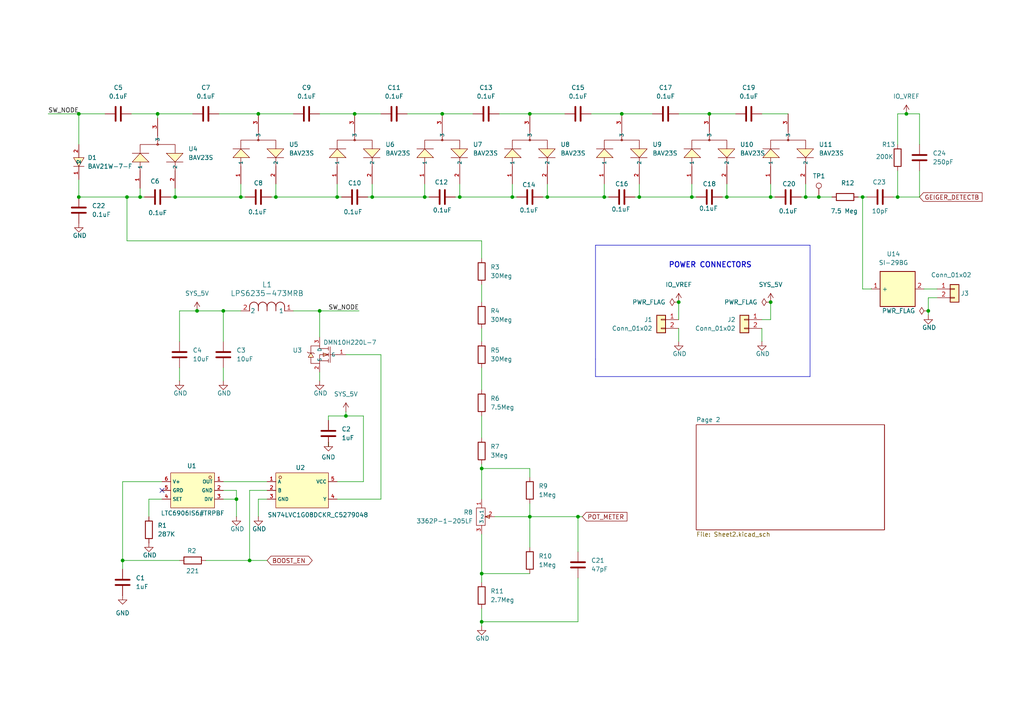
<source format=kicad_sch>
(kicad_sch (version 20250114) (generator "eeschema") (generator_version "9.0")
  (paper "A4")
  (lib_symbols
    (symbol "3362P-1-205LF:3362P-1-205LF"
      (property "Reference" "R" (at 0 1.27 0))
      (property "Value" "3362P-1-205LF" (at 0 -2.54 0))
      (symbol "3362P-1-205LF_0_1"
        (polyline (pts (xy -0.254 0) (xy -1.524 0)))
        (polyline (pts (xy 0.254 0) (xy -1.016 -0.508) (xy -1.016 0.508) (xy 0.254 0)) (fill (type background)))
        (polyline (pts (xy 0.254 -2.54) (xy 0.254 2.54) (xy 2.794 2.54) (xy 2.794 -2.54) (xy 0.254 -2.54)))
        (pin input line (at -2.54 0 0) (length 2.54) (name "2") (number "2"))
        (pin input line (at 1.27 5.08 270) (length 2.54) (name "1") (number "1"))
        (pin input line (at 1.27 -5.08 90) (length 2.54) (name "3") (number "3"))
      )
    )
    (symbol "BAV21W-7-F:BAV21W-7-F"
      (property "Reference" "D" (at 0 1.27 0))
      (property "Value" "BAV21W-7-F" (at 0 -2.54 0))
      (symbol "BAV21W-7-F_0_1"
        (polyline (pts (xy -1.27 -1.524) (xy -1.27 1.524)))
        (polyline (pts (xy 1.27 1.524) (xy -1.27 0) (xy 1.27 -1.524) (xy 1.27 1.524)) (fill (type background)))
      )
      (symbol "BAV21W-7-F_1_1"
        (pin passive line (at -5.08 0 0) (length 3.81) (name "1") (number "1"))
        (pin passive line (at 5.08 0 180) (length 3.81) (name "2") (number "2"))
      )
    )
    (symbol "BAV23S:BAV23S"
      (property "Reference" "U" (at 0 1.27 0))
      (property "Value" "BAV23S" (at 0 -2.54 0))
      (symbol "BAV23S_0_1"
        (polyline (pts (xy -5.08 5.08) (xy -2.54 5.08)))
        (polyline (pts (xy -2.54 2.54) (xy 0 5.08) (xy -2.54 7.366) (xy -2.54 2.54)) (fill (type background)))
        (polyline (pts (xy -2.54 -5.08) (xy -5.08 -5.08)))
        (polyline (pts (xy -2.54 -7.366) (xy -2.54 -2.54)))
        (polyline (pts (xy 0 7.366) (xy 0 2.54)))
        (polyline (pts (xy 0 5.08) (xy 2.54 5.08) (xy 2.54 -5.08) (xy 0 -5.08)))
        (polyline (pts (xy 0 -2.54) (xy -2.54 -5.08) (xy 0 -7.366) (xy 0 -2.54)) (fill (type background)))
        (circle (center 2.54 0) (radius 0.254) (fill (type background)))
        (polyline (pts (xy 5.08 0) (xy 2.54 0)))
      )
      (symbol "BAV23S_1_1"
        (pin passive line (at -10.16 5.08 0) (length 5.08) (name "1") (number "1"))
        (pin passive line (at -10.16 -5.08 0) (length 5.08) (name "2") (number "2"))
        (pin passive line (at 10.16 0 180) (length 5.08) (name "3") (number "3"))
      )
    )
    (symbol "BAV23S_1"
      (property "Reference" "U11" (at 1.2701 -8.89 90))
      (property "Value" "BAV23S" (at -1.2699 -8.89 90))
      (symbol "BAV23S_1_0_1"
        (polyline (pts (xy -5.08 5.08) (xy -2.54 5.08)))
        (polyline (pts (xy -2.54 2.54) (xy 0 5.08) (xy -2.54 7.366) (xy -2.54 2.54)) (fill (type background)))
        (polyline (pts (xy -2.54 -5.08) (xy -5.08 -5.08)))
        (polyline (pts (xy -2.54 -7.366) (xy -2.54 -2.54)))
        (polyline (pts (xy 0 7.366) (xy 0 2.54)))
        (polyline (pts (xy 0 5.08) (xy 2.54 5.08) (xy 2.54 -5.08) (xy 0 -5.08)))
        (polyline (pts (xy 0 -2.54) (xy -2.54 -5.08) (xy 0 -7.366) (xy 0 -2.54)) (fill (type background)))
        (circle (center 2.54 0) (radius 0.254) (fill (type background)))
        (polyline (pts (xy 5.08 0) (xy 2.54 0)))
      )
      (symbol "BAV23S_1_1_1"
        (pin passive line (at -10.16 5.08 0) (length 5.08) (name "1") (number "1"))
        (pin passive line (at -10.16 -5.08 0) (length 5.08) (name "2") (number "2"))
        (pin passive line (at 10.16 0 180) (length 5.08) (name "3") (number "3"))
      )
    )
    (symbol "Connector:TestPoint" (pin_numbers (hide yes)) (pin_names (offset 0.762) (hide yes))
      (property "Reference" "TP" (at 0 6.858 0))
      (property "Value" "TestPoint" (at 0 5.08 0))
      (symbol "TestPoint_0_1"
        (circle (center 0 3.302) (radius 0.762))
      )
      (symbol "TestPoint_1_1"
        (pin passive line (at 0 0 90) (length 2.54) (name "1") (number "1"))
      )
    )
    (symbol "Connector_Generic:Conn_01x02" (pin_names (offset 1.016) (hide yes))
      (property "Reference" "J" (at 0 2.54 0))
      (property "Value" "Conn_01x02" (at 0 -5.08 0))
      (symbol "Conn_01x02_1_1"
        (rectangle (start -1.27 1.27) (end 1.27 -3.81) (stroke (width 0.254)) (fill (type background)))
        (rectangle (start -1.27 0.127) (end 0 -0.127) (stroke (width 0.1524)))
        (rectangle (start -1.27 -2.413) (end 0 -2.667) (stroke (width 0.1524)))
        (pin passive line (at -5.08 0 0) (length 3.81) (name "Pin_1") (number "1"))
        (pin passive line (at -5.08 -2.54 0) (length 3.81) (name "Pin_2") (number "2"))
      )
    )
    (symbol "DMN10H220L-7:DMN10H220L-7"
      (property "Reference" "U3" (at 7.62 1.2701 0))
      (property "Value" "DMN10H220L-7" (at -13.97 3.556 0))
      (symbol "DMN10H220L-7_0_1"
        (polyline (pts (xy -2.54 0) (xy -0.508 0)))
        (polyline (pts (xy -0.508 2.286) (xy -0.508 -2.286)))
        (polyline (pts (xy 0 2.286) (xy 0 1.27)))
        (polyline (pts (xy 0 1.778) (xy 2.54 1.778) (xy 2.54 2.54) (xy 5.08 2.54) (xy 5.08 0.508)))
        (polyline (pts (xy 0 0) (xy 1.524 0.508) (xy 1.524 -0.508) (xy 0 0)) (fill (type background)))
        (polyline (pts (xy 0 0) (xy 2.54 0) (xy 2.54 -2.54) (xy 5.08 -2.54) (xy 5.08 -0.762)))
        (polyline (pts (xy 0 -0.508) (xy 0 0.508)))
        (polyline (pts (xy 0 -2.286) (xy 0 -1.27)))
        (polyline (pts (xy 2.54 -1.778) (xy 0 -1.778)))
        (polyline (pts (xy 4.064 0.254) (xy 4.318 0.508) (xy 5.842 0.508) (xy 6.096 0.762)))
        (polyline (pts (xy 5.08 0.508) (xy 5.842 -0.762) (xy 4.318 -0.762) (xy 5.08 0.508)) (fill (type background)))
      )
      (symbol "DMN10H220L-7_1_1"
        (pin input line (at -5.08 0 0) (length 2.54) (name "G") (number "1"))
        (pin passive line (at 2.54 5.08 270) (length 2.54) (name "D") (number "3"))
        (pin passive line (at 2.54 -5.08 90) (length 2.54) (name "S") (number "2"))
      )
    )
    (symbol "Device:C" (pin_numbers (hide yes)) (pin_names (offset 0.254))
      (property "Reference" "C" (at 0.635 2.54 0))
      (property "Value" "C" (at 0.635 -2.54 0))
      (symbol "C_0_1"
        (polyline (pts (xy -2.032 0.762) (xy 2.032 0.762)) (stroke (width 0.508)))
        (polyline (pts (xy -2.032 -0.762) (xy 2.032 -0.762)) (stroke (width 0.508)))
      )
      (symbol "C_1_1"
        (pin passive line (at 0 3.81 270) (length 2.794) (name "~") (number "1"))
        (pin passive line (at 0 -3.81 90) (length 2.794) (name "~") (number "2"))
      )
    )
    (symbol "Device:R" (pin_numbers (hide yes)) (pin_names (offset 0))
      (property "Reference" "R" (at 2.032 0 90))
      (property "Value" "R" (at 0 0 90))
      (symbol "R_0_1"
        (rectangle (start -1.016 -2.54) (end 1.016 2.54) (stroke (width 0.254)))
      )
      (symbol "R_1_1"
        (pin passive line (at 0 3.81 270) (length 1.27) (name "~") (number "1"))
        (pin passive line (at 0 -3.81 90) (length 1.27) (name "~") (number "2"))
      )
    )
    (symbol "GMT:GM-402B"
      (property "Reference" "U14" (at 1.2065 10.16 0))
      (property "Value" "SI-29BG" (at 1.2065 7.62 0))
      (symbol "GM-402B_0_1"
        (rectangle (start -5.08 5.08) (end 5.08 -5.08) (stroke (width 0.254)) (fill (type background)))
        (rectangle (start 7.62 0.254) (end 7.62 0.254))
      )
      (symbol "GM-402B_1_1"
        (pin passive line (at -7.62 0 0) (length 2.54) (name "") (number "2"))
        (pin passive line (at 7.62 0 180) (length 2.54) (name "+") (number "1"))
      )
    )
    (symbol "HV_POWER_SUPPLY:LTC6906IS6#TRPBF"
      (property "Reference" "U1" (at 0.254 7.112 0))
      (property "Value" "LTC6906IS6#TRPBF" (at 0 -6.604 0))
      (symbol "LTC6906IS6#TRPBF_0_1"
        (rectangle (start -6.35 5.08) (end 6.35 -5.08) (fill (type background)))
        (circle (center -5.08 3.81) (radius 0.381) (fill (type background)))
      )
      (symbol "LTC6906IS6#TRPBF_1_1"
        (pin output line (at -8.89 2.54 0) (length 2.54) (name "OUT") (number "1"))
        (pin input line (at -8.89 0 0) (length 2.54) (name "GND") (number "2"))
        (pin input line (at -8.89 -2.54 0) (length 2.54) (name "DIV") (number "3"))
        (pin input line (at 8.89 2.54 180) (length 2.54) (name "V+") (number "6"))
        (pin input line (at 8.89 0 180) (length 2.54) (name "GRD") (number "5"))
        (pin input line (at 8.89 -2.54 180) (length 2.54) (name "SET") (number "4"))
      )
    )
    (symbol "LPS6235-473MRB:LPS6235-473MRB" (pin_names (offset 0.254))
      (property "Reference" "L" (at 6.985 5.08 0))
      (property "Value" "LPS6235-473MRB" (at 6.985 -2.54 0))
      (symbol "LPS6235-473MRB_1_1"
        (polyline (pts (xy 2.54 0) (xy 2.54 1.27)) (stroke (width 0.2032)))
        (arc (start 2.54 1.27) (mid 3.81 2.5344) (end 5.08 1.27) (stroke (width 0.2032)))
        (polyline (pts (xy 5.08 0) (xy 5.08 1.27)) (stroke (width 0.2032)))
        (arc (start 5.08 1.27) (mid 6.35 2.5344) (end 7.62 1.27) (stroke (width 0.2032)))
        (polyline (pts (xy 7.62 0) (xy 7.62 1.27)) (stroke (width 0.2032)))
        (arc (start 7.62 1.27) (mid 8.89 2.5344) (end 10.16 1.27) (stroke (width 0.2032)))
        (polyline (pts (xy 10.16 0) (xy 10.16 1.27)) (stroke (width 0.2032)))
        (arc (start 10.16 1.27) (mid 11.43 2.5344) (end 12.7 1.27) (stroke (width 0.2032)))
        (polyline (pts (xy 12.7 0) (xy 12.7 1.27)) (stroke (width 0.2032)))
        (pin unspecified line (at 0 0 0) (length 2.54) (name "2") (number "2"))
        (pin unspecified line (at 15.24 0 180) (length 2.54) (name "1") (number "1"))
      )
      (symbol "LPS6235-473MRB_1_2"
        (arc (start -1.27 10.16) (mid -2.5344 11.43) (end -1.27 12.7) (stroke (width 0.2032)))
        (arc (start -1.27 7.62) (mid -2.5344 8.89) (end -1.27 10.16) (stroke (width 0.2032)))
        (arc (start -1.27 5.08) (mid -2.5344 6.35) (end -1.27 7.62) (stroke (width 0.2032)))
        (arc (start -1.27 2.54) (mid -2.5344 3.81) (end -1.27 5.08) (stroke (width 0.2032)))
        (polyline (pts (xy 0 12.7) (xy -1.27 12.7)) (stroke (width 0.2032)))
        (polyline (pts (xy 0 10.16) (xy -1.27 10.16)) (stroke (width 0.2032)))
        (polyline (pts (xy 0 7.62) (xy -1.27 7.62)) (stroke (width 0.2032)))
        (polyline (pts (xy 0 5.08) (xy -1.27 5.08)) (stroke (width 0.2032)))
        (polyline (pts (xy 0 2.54) (xy -1.27 2.54)) (stroke (width 0.2032)))
        (pin unspecified line (at 0 15.24 270) (length 2.54) (name "1") (number "1"))
        (pin unspecified line (at 0 0 90) (length 2.54) (name "2") (number "2"))
      )
    )
    (symbol "SN74LVC1G08DCKR:SN74LVC1G08DCKR_C5279048"
      (property "Reference" "U2" (at -0.508 6.604 0))
      (property "Value" "SN74LVC1G08DCKR_C5279048" (at 4.572 -7.112 0))
      (symbol "SN74LVC1G08DCKR_C5279048_0_1"
        (rectangle (start -7.62 5.08) (end 7.62 -5.08) (fill (type background)))
        (circle (center -6.35 3.81) (radius 0.381) (fill (type background)))
      )
      (symbol "SN74LVC1G08DCKR_C5279048_1_1"
        (pin input line (at -10.16 2.54 0) (length 2.54) (name "A") (number "1"))
        (pin input line (at -10.16 0 0) (length 2.54) (name "B") (number "2"))
        (pin input line (at -10.16 -2.54 0) (length 2.54) (name "GND") (number "3"))
        (pin input line (at 10.16 2.54 180) (length 2.54) (name "VCC") (number "5"))
        (pin output line (at 10.16 -2.54 180) (length 2.54) (name "Y") (number "4"))
      )
    )
    (symbol "power:GND" (power) (pin_numbers (hide yes)) (pin_names (offset 0) (hide yes))
      (property "Value" "GND" (at 0 -3.81 0))
      (symbol "GND_0_1"
        (polyline (pts (xy 0 0) (xy 0 -1.27) (xy 1.27 -1.27) (xy 0 -2.54) (xy -1.27 -1.27) (xy 0 -1.27)))
      )
      (symbol "GND_1_1"
        (pin power_in line (at 0 0 270) (length 0) (name "~") (number "1"))
      )
    )
    (symbol "power:PWR_FLAG" (power) (pin_numbers (hide yes)) (pin_names (offset 0) (hide yes))
      (property "Value" "PWR_FLAG" (at 0 3.81 0))
      (symbol "PWR_FLAG_0_0"
        (pin power_out line (at 0 0 90) (length 0) (name "~") (number "1"))
      )
      (symbol "PWR_FLAG_0_1"
        (polyline (pts (xy 0 0) (xy 0 1.27) (xy -1.016 1.905) (xy 0 2.54) (xy 1.016 1.905) (xy 0 1.27)))
      )
    )
    (symbol "power:VCC" (power) (pin_numbers (hide yes)) (pin_names (offset 0) (hide yes))
      (property "Value" "VCC" (at 0 3.556 0))
      (symbol "VCC_0_1"
        (polyline (pts (xy -0.762 1.27) (xy 0 2.54)))
        (polyline (pts (xy 0 2.54) (xy 0.762 1.27)))
        (polyline (pts (xy 0 0) (xy 0 2.54)))
      )
      (symbol "VCC_1_1"
        (pin power_in line (at 0 0 90) (length 0) (name "~") (number "1"))
      )
    )
  )
  (text "POWER CONNECTORS" (at 205.994 76.962 0) (effects (font (size 1.524 1.524) (thickness 0.254) (bold yes))))
  (junction (at 180.34 33.02))
  (junction (at 22.86 33.02))
  (junction (at 139.7 180.34))
  (junction (at 74.93 33.02))
  (junction (at 68.58 144.78))
  (junction (at 92.71 90.17))
  (junction (at 36.83 57.15))
  (junction (at 223.52 57.15))
  (junction (at 153.67 149.86))
  (junction (at 148.59 57.15))
  (junction (at 237.49 57.15))
  (junction (at 57.15 90.17))
  (junction (at 260.35 57.15))
  (junction (at 123.19 57.15))
  (junction (at 107.95 57.15))
  (junction (at 64.77 90.17))
  (junction (at 167.64 149.86))
  (junction (at 175.26 57.15))
  (junction (at 50.8 57.15))
  (junction (at 45.72 33.02))
  (junction (at 250.19 57.15))
  (junction (at 69.85 57.15))
  (junction (at 185.42 57.15))
  (junction (at 210.82 57.15))
  (junction (at 35.56 162.56))
  (junction (at 196.85 87.63))
  (junction (at 262.89 33.02))
  (junction (at 80.01 57.15))
  (junction (at 97.79 57.15))
  (junction (at 100.33 120.65))
  (junction (at 153.67 33.02))
  (junction (at 269.24 90.17))
  (junction (at 139.7 135.89))
  (junction (at 22.86 57.15))
  (junction (at 72.39 162.56))
  (junction (at 128.27 33.02))
  (junction (at 205.74 33.02))
  (junction (at 40.64 57.15))
  (junction (at 233.68 57.15))
  (junction (at 158.75 57.15))
  (junction (at 133.35 57.15))
  (junction (at 200.66 57.15))
  (junction (at 139.7 166.37))
  (junction (at 102.87 33.02))
  (junction (at 223.52 87.63))
  (no_connect (at 46.99 142.24))
  (wire (pts (xy 139.7 106.68) (xy 139.7 113.03)))
  (wire (pts (xy 92.71 107.95) (xy 92.71 110.49)))
  (wire (pts (xy 233.68 53.34) (xy 233.68 57.15)))
  (wire (pts (xy 74.93 33.02) (xy 85.09 33.02)))
  (polyline (pts (xy 172.72 71.12) (xy 234.95 71.12)))
  (wire (pts (xy 167.64 149.86) (xy 168.91 149.86)))
  (wire (pts (xy 64.77 139.7) (xy 77.47 139.7)))
  (wire (pts (xy 100.33 120.65) (xy 100.33 119.38)))
  (wire (pts (xy 13.97 33.02) (xy 22.86 33.02)))
  (wire (pts (xy 105.41 139.7) (xy 105.41 120.65)))
  (wire (pts (xy 158.75 57.15) (xy 175.26 57.15)))
  (wire (pts (xy 95.25 120.65) (xy 100.33 120.65)))
  (wire (pts (xy 133.35 57.15) (xy 148.59 57.15)))
  (wire (pts (xy 78.74 57.15) (xy 80.01 57.15)))
  (wire (pts (xy 220.98 92.71) (xy 223.52 92.71)))
  (wire (pts (xy 85.09 90.17) (xy 92.71 90.17)))
  (wire (pts (xy 74.93 144.78) (xy 74.93 149.86)))
  (wire (pts (xy 64.77 142.24) (xy 68.58 142.24)))
  (wire (pts (xy 22.86 33.02) (xy 30.48 33.02)))
  (wire (pts (xy 267.97 83.82) (xy 271.78 83.82)))
  (wire (pts (xy 50.8 57.15) (xy 69.85 57.15)))
  (wire (pts (xy 148.59 57.15) (xy 149.86 57.15)))
  (wire (pts (xy 153.67 149.86) (xy 167.64 149.86)))
  (wire (pts (xy 52.07 99.06) (xy 52.07 90.17)))
  (wire (pts (xy 139.7 154.94) (xy 139.7 166.37)))
  (wire (pts (xy 110.49 102.87) (xy 100.33 102.87)))
  (wire (pts (xy 95.25 120.65) (xy 95.25 121.92)))
  (wire (pts (xy 266.7 33.02) (xy 266.7 41.91)))
  (wire (pts (xy 185.42 53.34) (xy 185.42 57.15)))
  (wire (pts (xy 167.64 180.34) (xy 139.7 180.34)))
  (wire (pts (xy 175.26 53.34) (xy 175.26 57.15)))
  (wire (pts (xy 102.87 33.02) (xy 110.49 33.02)))
  (wire (pts (xy 269.24 90.17) (xy 269.24 86.36)))
  (wire (pts (xy 45.72 33.02) (xy 55.88 33.02)))
  (wire (pts (xy 64.77 90.17) (xy 69.85 90.17)))
  (wire (pts (xy 22.86 41.91) (xy 22.86 33.02)))
  (wire (pts (xy 262.89 33.02) (xy 266.7 33.02)))
  (wire (pts (xy 223.52 57.15) (xy 224.79 57.15)))
  (wire (pts (xy 210.82 53.34) (xy 210.82 57.15)))
  (wire (pts (xy 36.83 69.85) (xy 36.83 57.15)))
  (wire (pts (xy 269.24 86.36) (xy 271.78 86.36)))
  (wire (pts (xy 92.71 33.02) (xy 102.87 33.02)))
  (polyline (pts (xy 172.72 104.14) (xy 172.72 71.12)))
  (wire (pts (xy 92.71 90.17) (xy 104.14 90.17)))
  (wire (pts (xy 248.92 57.15) (xy 250.19 57.15)))
  (polyline (pts (xy 234.95 109.22) (xy 172.72 109.22)))
  (wire (pts (xy 49.53 57.15) (xy 50.8 57.15)))
  (wire (pts (xy 139.7 135.89) (xy 153.67 135.89)))
  (wire (pts (xy 266.7 49.53) (xy 266.7 57.15)))
  (wire (pts (xy 35.56 162.56) (xy 52.07 162.56)))
  (wire (pts (xy 64.77 144.78) (xy 68.58 144.78)))
  (wire (pts (xy 106.68 57.15) (xy 107.95 57.15)))
  (wire (pts (xy 139.7 69.85) (xy 139.7 74.93)))
  (wire (pts (xy 97.79 139.7) (xy 105.41 139.7)))
  (wire (pts (xy 41.91 57.15) (xy 40.64 57.15)))
  (wire (pts (xy 259.08 57.15) (xy 260.35 57.15)))
  (wire (pts (xy 35.56 162.56) (xy 35.56 139.7)))
  (wire (pts (xy 139.7 82.55) (xy 139.7 87.63)))
  (wire (pts (xy 110.49 102.87) (xy 110.49 144.78)))
  (wire (pts (xy 123.19 53.34) (xy 123.19 57.15)))
  (wire (pts (xy 250.19 83.82) (xy 250.19 57.15)))
  (wire (pts (xy 64.77 106.68) (xy 64.77 110.49)))
  (wire (pts (xy 237.49 57.15) (xy 241.3 57.15)))
  (wire (pts (xy 139.7 120.65) (xy 139.7 127)))
  (wire (pts (xy 50.8 54.61) (xy 50.8 57.15)))
  (wire (pts (xy 167.64 167.64) (xy 167.64 180.34)))
  (wire (pts (xy 185.42 57.15) (xy 200.66 57.15)))
  (wire (pts (xy 100.33 120.65) (xy 105.41 120.65)))
  (wire (pts (xy 153.67 146.05) (xy 153.67 149.86)))
  (wire (pts (xy 128.27 33.02) (xy 137.16 33.02)))
  (wire (pts (xy 57.15 90.17) (xy 64.77 90.17)))
  (wire (pts (xy 232.41 57.15) (xy 233.68 57.15)))
  (polyline (pts (xy 234.95 71.12) (xy 234.95 109.22)))
  (wire (pts (xy 139.7 166.37) (xy 153.67 166.37)))
  (wire (pts (xy 52.07 106.68) (xy 52.07 110.49)))
  (wire (pts (xy 59.69 162.56) (xy 72.39 162.56)))
  (wire (pts (xy 205.74 33.02) (xy 213.36 33.02)))
  (wire (pts (xy 143.51 149.86) (xy 153.67 149.86)))
  (wire (pts (xy 196.85 95.25) (xy 196.85 99.06)))
  (wire (pts (xy 153.67 33.02) (xy 163.83 33.02)))
  (wire (pts (xy 223.52 92.71) (xy 223.52 87.63)))
  (wire (pts (xy 260.35 57.15) (xy 266.7 57.15)))
  (wire (pts (xy 158.75 57.15) (xy 158.75 53.34)))
  (wire (pts (xy 220.98 95.25) (xy 220.98 99.06)))
  (wire (pts (xy 148.59 53.34) (xy 148.59 57.15)))
  (wire (pts (xy 77.47 142.24) (xy 72.39 142.24)))
  (wire (pts (xy 139.7 180.34) (xy 139.7 181.61)))
  (wire (pts (xy 72.39 142.24) (xy 72.39 162.56)))
  (wire (pts (xy 52.07 90.17) (xy 57.15 90.17)))
  (wire (pts (xy 45.72 33.02) (xy 38.1 33.02)))
  (wire (pts (xy 107.95 57.15) (xy 123.19 57.15)))
  (wire (pts (xy 260.35 33.02) (xy 262.89 33.02)))
  (wire (pts (xy 171.45 33.02) (xy 180.34 33.02)))
  (wire (pts (xy 167.64 149.86) (xy 167.64 160.02)))
  (wire (pts (xy 209.55 57.15) (xy 210.82 57.15)))
  (wire (pts (xy 45.72 34.29) (xy 45.72 33.02)))
  (wire (pts (xy 184.15 57.15) (xy 185.42 57.15)))
  (wire (pts (xy 132.08 57.15) (xy 133.35 57.15)))
  (wire (pts (xy 43.18 144.78) (xy 46.99 144.78)))
  (wire (pts (xy 153.67 138.43) (xy 153.67 135.89)))
  (wire (pts (xy 63.5 33.02) (xy 74.93 33.02)))
  (wire (pts (xy 139.7 176.53) (xy 139.7 180.34)))
  (wire (pts (xy 220.98 33.02) (xy 228.6 33.02)))
  (wire (pts (xy 40.64 54.61) (xy 40.64 57.15)))
  (wire (pts (xy 35.56 139.7) (xy 46.99 139.7)))
  (wire (pts (xy 43.18 149.86) (xy 43.18 144.78)))
  (wire (pts (xy 97.79 53.34) (xy 97.79 57.15)))
  (wire (pts (xy 68.58 142.24) (xy 68.58 144.78)))
  (wire (pts (xy 22.86 52.07) (xy 22.86 57.15)))
  (wire (pts (xy 71.12 57.15) (xy 69.85 57.15)))
  (wire (pts (xy 153.67 33.02) (xy 144.78 33.02)))
  (wire (pts (xy 153.67 149.86) (xy 153.67 158.75)))
  (wire (pts (xy 133.35 53.34) (xy 133.35 57.15)))
  (wire (pts (xy 124.46 57.15) (xy 123.19 57.15)))
  (wire (pts (xy 139.7 135.89) (xy 139.7 144.78)))
  (wire (pts (xy 175.26 57.15) (xy 176.53 57.15)))
  (wire (pts (xy 36.83 57.15) (xy 40.64 57.15)))
  (wire (pts (xy 200.66 57.15) (xy 201.93 57.15)))
  (wire (pts (xy 107.95 53.34) (xy 107.95 57.15)))
  (wire (pts (xy 269.24 91.44) (xy 269.24 90.17)))
  (wire (pts (xy 223.52 53.34) (xy 223.52 57.15)))
  (wire (pts (xy 180.34 33.02) (xy 189.23 33.02)))
  (wire (pts (xy 260.35 57.15) (xy 260.35 49.53)))
  (wire (pts (xy 250.19 57.15) (xy 251.46 57.15)))
  (wire (pts (xy 80.01 57.15) (xy 97.79 57.15)))
  (wire (pts (xy 200.66 53.34) (xy 200.66 57.15)))
  (wire (pts (xy 196.85 33.02) (xy 205.74 33.02)))
  (wire (pts (xy 139.7 95.25) (xy 139.7 99.06)))
  (wire (pts (xy 260.35 41.91) (xy 260.35 33.02)))
  (wire (pts (xy 118.11 33.02) (xy 128.27 33.02)))
  (wire (pts (xy 64.77 99.06) (xy 64.77 90.17)))
  (wire (pts (xy 139.7 166.37) (xy 139.7 168.91)))
  (wire (pts (xy 210.82 57.15) (xy 223.52 57.15)))
  (wire (pts (xy 233.68 57.15) (xy 237.49 57.15)))
  (wire (pts (xy 69.85 53.34) (xy 69.85 57.15)))
  (wire (pts (xy 196.85 87.63) (xy 196.85 92.71)))
  (wire (pts (xy 22.86 57.15) (xy 36.83 57.15)))
  (wire (pts (xy 97.79 57.15) (xy 99.06 57.15)))
  (wire (pts (xy 92.71 90.17) (xy 92.71 97.79)))
  (wire (pts (xy 68.58 144.78) (xy 68.58 149.86)))
  (wire (pts (xy 35.56 165.1) (xy 35.56 162.56)))
  (wire (pts (xy 97.79 144.78) (xy 110.49 144.78)))
  (polyline (pts (xy 172.72 104.14) (xy 172.72 109.22)))
  (wire (pts (xy 80.01 53.34) (xy 80.01 57.15)))
  (wire (pts (xy 139.7 134.62) (xy 139.7 135.89)))
  (wire (pts (xy 72.39 162.56) (xy 77.47 162.56)))
  (wire (pts (xy 157.48 57.15) (xy 158.75 57.15)))
  (wire (pts (xy 139.7 69.85) (xy 36.83 69.85)))
  (wire (pts (xy 95.25 129.54) (xy 95.25 128.27)))
  (wire (pts (xy 77.47 144.78) (xy 74.93 144.78)))
  (wire (pts (xy 252.73 83.82) (xy 250.19 83.82)))
  (label "SW_NODE" (at 13.97 33.02 0))
  (label "SW_NODE" (at 104.14 90.17 180))
  (global_label "POT_METER" (shape input) (at 168.91 149.86 0) (property "Intersheetrefs" "${INTERSHEET_REFS}" (effects (hide yes))))
  (global_label "GEIGER_DETECTB" (shape input) (at 266.7 57.15 0) (property "Intersheetrefs" "${INTERSHEET_REFS}" (effects (hide yes))))
  (global_label "BOOST_EN" (shape bidirectional) (at 77.47 162.56 0) (property "Intersheetrefs" "${INTERSHEET_REFS}" (effects (hide yes))))
  (symbol (lib_id "Device:C") (at 167.64 163.83 0) (unit 1)
    (property "Reference" "C21" (at 171.45 162.5599 0) (effects (justify left)))
    (property "Value" "47pF" (at 171.45 165.0999 0) (effects (justify left)))
    (property "Footprint" "Capacitor_SMD:C_0603_1608Metric" (effects (hide yes)))
    (property "Description" "Unpolarized capacitor" (effects (hide yes)))
    (property "LCSC" "C178330" (effects (hide yes)))
    (property "Package" "0603" (effects (hide yes)))
    (property "manufacturer Part Number" "0603X476M6R3NT" (effects (hide yes)))
  )
  (symbol (lib_id "power:VCC") (at 196.85 87.63 0) (unit 1)
    (property "Reference" "#PWR020" (effects (hide yes)))
    (property "Value" "IO_VREF" (at 196.85 82.55 0))
    (property "Description" "Power symbol creates a global label with name \"VCC\"" (effects (hide yes)))
  )
  (symbol (lib_id "3362P-1-205LF:3362P-1-205LF") (at 140.97 149.86 0) (mirror y) (unit 1)
    (property "Reference" "R8" (at 137.16 148.5899 0) (effects (justify left)))
    (property "Value" "3362P-1-205LF" (at 137.16 151.1299 0) (effects (justify left)))
    (property "Footprint" "HV_POWER_SUPPLY:RES-ADJ-TH_3362P" (effects (hide yes)))
    (property "Datasheet" "https://lcsc.com/product-detail/Precision-Potentiometer_Made-in-China-3362P-1-105_C20063.html" (effects (hide yes)))
    (property "LCSC" "C124582" (effects (hide yes)))
    (property "manufacturer Part Number" "3362P-1-205LF" (effects (hide yes)))
  )
  (symbol (lib_id "Device:R") (at 139.7 130.81 0) (unit 1)
    (property "Reference" "R7" (at 142.24 129.5399 0) (effects (justify left)))
    (property "Value" "3Meg" (at 142.24 132.0799 0) (effects (justify left)))
    (property "Footprint" "Resistor_SMD:R_0805_2012Metric" (effects (hide yes)))
    (property "Description" "Resistor" (effects (hide yes)))
    (property "Package" "0805" (effects (hide yes)))
    (property "manufacturer Part Number" "FRC0805J305 TS" (effects (hide yes)))
    (property "LCSC" "C2907325" (effects (hide yes)))
  )
  (symbol (lib_id "power:PWR_FLAG") (at 269.24 90.17 90) (unit 1)
    (property "Reference" "#FLG03" (effects (hide yes)))
    (property "Value" "PWR_FLAG" (at 265.43 90.1699 90) (effects (justify left)))
    (property "Description" "Special symbol for telling ERC where power comes from" (effects (hide yes)))
  )
  (symbol (lib_id "power:VCC") (at 262.89 33.02 0) (unit 1)
    (property "Reference" "#PWR013" (effects (hide yes)))
    (property "Value" "IO_VREF" (at 262.89 27.94 0))
    (property "Description" "Power symbol creates a global label with name \"VCC\"" (effects (hide yes)))
  )
  (symbol (lib_id "Connector:TestPoint") (at 237.49 57.15 0) (unit 1)
    (property "Reference" "TP1" (at 235.712 51.054 0) (effects (justify left)))
    (property "Value" "TestPoint" (effects (hide yes)))
    (property "Footprint" "TestPoint:TestPoint_Pad_1.0x1.0mm" (effects (hide yes)))
    (property "Description" "test point" (effects (hide yes)))
  )
  (symbol (lib_id "Device:C") (at 217.17 33.02 90) (unit 1)
    (property "Reference" "C19" (at 217.17 25.4 90))
    (property "Value" "0.1uF" (at 217.17 27.94 90))
    (property "Footprint" "Capacitor_SMD:C_1206_3216Metric" (effects (hide yes)))
    (property "Description" "Unpolarized capacitor" (effects (hide yes)))
    (property "LCSC" "C24497" (effects (hide yes)))
    (property "Package" "1206" (effects (hide yes)))
    (property "manufacturer Part Number" "CL31B104KBCNNNC" (effects (hide yes)))
  )
  (symbol (lib_id "power:GND") (at 64.77 110.49 0) (unit 1)
    (property "Reference" "#PWR09" (effects (hide yes)))
    (property "Value" "GND" (at 65.024 114.046 0))
    (property "Description" "Power symbol creates a global label with name \"GND\" , ground" (effects (hide yes)))
  )
  (symbol (lib_id "Device:R") (at 43.18 153.67 0) (unit 1)
    (property "Reference" "R1" (at 45.72 152.3999 0) (effects (justify left)))
    (property "Value" "287K" (at 45.72 154.9399 0) (effects (justify left)))
    (property "Footprint" "Resistor_SMD:R_0603_1608Metric" (effects (hide yes)))
    (property "Description" "Resistor" (effects (hide yes)))
    (property "Package" "0603" (effects (hide yes)))
    (property "manufacturer Part Number" "0603WAF2873T5E" (effects (hide yes)))
    (property "LCSC" "C22972" (effects (hide yes)))
  )
  (symbol (lib_id "Device:C") (at 52.07 102.87 0) (unit 1)
    (property "Reference" "C4" (at 55.88 101.5999 0) (effects (justify left)))
    (property "Value" "10uF" (at 55.88 104.1399 0) (effects (justify left)))
    (property "Footprint" "Capacitor_SMD:C_0805_2012Metric" (effects (hide yes)))
    (property "Description" "Unpolarized capacitor" (effects (hide yes)))
    (property "LCSC" "C15850" (effects (hide yes)))
    (property "Package" "0805" (effects (hide yes)))
    (property "manufacturer Part Number" "CL21A106KAYNNNE" (effects (hide yes)))
  )
  (symbol (lib_id "power:GND") (at 92.71 110.49 0) (unit 1)
    (property "Reference" "#PWR07" (effects (hide yes)))
    (property "Value" "GND" (at 92.964 114.046 0))
    (property "Description" "Power symbol creates a global label with name \"GND\" , ground" (effects (hide yes)))
  )
  (symbol (lib_id "Connector_Generic:Conn_01x02") (at 215.9 92.71 0) (mirror y) (unit 1)
    (property "Reference" "J2" (at 213.36 92.7099 0) (effects (justify left)))
    (property "Value" "Conn_01x02" (at 213.36 95.2499 0) (effects (justify left)))
    (property "Footprint" "Connector_PinHeader_2.54mm:PinHeader_1x02_P2.54mm_Vertical" (effects (hide yes)))
    (property "Description" "Generic connector, single row, 01x02, script generated (kicad-library-utils/schlib/autogen/connector/)" (effects (hide yes)))
  )
  (symbol (lib_id "power:GND") (at 269.24 91.44 0) (unit 1)
    (property "Reference" "#PWR030" (effects (hide yes)))
    (property "Value" "GND" (at 269.494 94.996 0))
    (property "Description" "Power symbol creates a global label with name \"GND\" , ground" (effects (hide yes)))
  )
  (symbol (lib_id "power:VCC") (at 100.33 119.38 0) (unit 1)
    (property "Reference" "#PWR06" (effects (hide yes)))
    (property "Value" "SYS_5V" (at 100.33 114.3 0))
    (property "Description" "Power symbol creates a global label with name \"VCC\"" (effects (hide yes)))
  )
  (symbol (lib_id "power:GND") (at 52.07 110.49 0) (unit 1)
    (property "Reference" "#PWR08" (effects (hide yes)))
    (property "Value" "GND" (at 52.324 114.046 0))
    (property "Description" "Power symbol creates a global label with name \"GND\" , ground" (effects (hide yes)))
  )
  (symbol (lib_id "Device:C") (at 228.6 57.15 90) (unit 1)
    (property "Reference" "C20" (at 228.854 53.34 90))
    (property "Value" "0.1uF" (at 228.6 61.214 90))
    (property "Footprint" "Capacitor_SMD:C_1206_3216Metric" (effects (hide yes)))
    (property "Description" "Unpolarized capacitor" (effects (hide yes)))
    (property "LCSC" "C24497" (effects (hide yes)))
    (property "Package" "1206" (effects (hide yes)))
    (property "manufacturer Part Number" "CL31B104KBCNNNC" (effects (hide yes)))
  )
  (symbol (lib_id "BAV23S:BAV23S") (at 153.67 43.18 90) (unit 1)
    (property "Reference" "U8" (at 162.56 41.9099 90) (effects (justify right)))
    (property "Value" "BAV23S" (at 162.56 44.4499 90) (effects (justify right)))
    (property "Footprint" "HV_POWER_SUPPLY:BAV23S_SOT-23-3_L2.9-W1.6-P1.90-LS2.8-BR" (effects (hide yes)))
    (property "Datasheet" "https://item.szlcsc.com/14454.html" (effects (hide yes)))
    (property "LCSC" "C44345" (effects (hide yes)))
    (property "Package" "SOT-23" (effects (hide yes)))
    (property "manufacturer Part Number" "BAV23S" (effects (hide yes)))
  )
  (symbol (lib_id "Device:C") (at 255.27 57.15 90) (unit 1)
    (property "Reference" "C23" (at 255.016 52.832 90))
    (property "Value" "10pF" (at 255.27 61.214 90))
    (property "Footprint" "Capacitor_SMD:C_1206_3216Metric" (effects (hide yes)))
    (property "Description" "Unpolarized capacitor" (effects (hide yes)))
    (property "LCSC" "C377014" (effects (hide yes)))
    (property "Package" "1206" (effects (hide yes)))
    (property "manufacturer Part Number" "TCC1206COG100J102DT" (effects (hide yes)))
  )
  (symbol (lib_id "Device:R") (at 245.11 57.15 90) (unit 1)
    (property "Reference" "R12" (at 245.872 53.086 90))
    (property "Value" "7.5 Meg" (at 244.856 61.214 90))
    (property "Footprint" "Resistor_SMD:R_0805_2012Metric" (effects (hide yes)))
    (property "Description" "Resistor" (effects (hide yes)))
    (property "Package" "0805" (effects (hide yes)))
    (property "manufacturer Part Number" "FRC0805J755 TS" (effects (hide yes)))
    (property "LCSC" "C2933569" (effects (hide yes)))
  )
  (symbol (lib_id "Device:C") (at 95.25 125.73 0) (unit 1)
    (property "Reference" "C2" (at 99.06 124.4599 0) (effects (justify left)))
    (property "Value" "1uF" (at 99.06 126.9999 0) (effects (justify left)))
    (property "Footprint" "Capacitor_SMD:C_0603_1608Metric" (effects (hide yes)))
    (property "Description" "Unpolarized capacitor" (effects (hide yes)))
    (property "LCSC" "C15849" (effects (hide yes)))
    (property "Package" "0603" (effects (hide yes)))
    (property "manufacturer Part Number" "CL10A105KB8NNNC" (effects (hide yes)))
  )
  (symbol (lib_id "Device:C") (at 88.9 33.02 90) (unit 1)
    (property "Reference" "C9" (at 88.9 25.4 90))
    (property "Value" "0.1uF" (at 88.9 27.94 90))
    (property "Footprint" "Capacitor_SMD:C_1206_3216Metric" (effects (hide yes)))
    (property "Description" "Unpolarized capacitor" (effects (hide yes)))
    (property "LCSC" "C24497" (effects (hide yes)))
    (property "Package" "1206" (effects (hide yes)))
    (property "manufacturer Part Number" "CL31B104KBCNNNC" (effects (hide yes)))
  )
  (symbol (lib_id "SN74LVC1G08DCKR:SN74LVC1G08DCKR_C5279048") (at 87.63 142.24 0) (unit 1)
    (property "Reference" "U2" (at 87.122 135.636 0))
    (property "Value" "SN74LVC1G08DCKR_C5279048" (at 92.202 149.352 0))
    (property "Footprint" "HV_POWER_SUPPLY:SC-70-5_L2.0-W1.3-P0.65-LS2.1-BR" (effects (hide yes)))
    (property "Datasheet" "https://www.ti.com/cn/lit/ds/symlink/tps3803-ep.pdf?ts=1643197450925" (effects (hide yes)))
    (property "LCSC" "C5279048" (effects (hide yes)))
    (property "Package" "SC-70-5" (effects (hide yes)))
    (property "manufacturer Part Number" "SN74LVC1G08DCKR" (effects (hide yes)))
  )
  (symbol (lib_id "Device:C") (at 180.34 57.15 90) (unit 1)
    (property "Reference" "C16" (at 180.34 53.34 90))
    (property "Value" "0.1uF" (at 180.086 60.706 90))
    (property "Footprint" "Capacitor_SMD:C_1206_3216Metric" (effects (hide yes)))
    (property "Description" "Unpolarized capacitor" (effects (hide yes)))
    (property "LCSC" "C24497" (effects (hide yes)))
    (property "Package" "1206" (effects (hide yes)))
    (property "manufacturer Part Number" "CL31B104KBCNNNC" (effects (hide yes)))
  )
  (symbol (lib_id "Device:R") (at 139.7 172.72 0) (unit 1)
    (property "Reference" "R11" (at 142.24 171.4499 0) (effects (justify left)))
    (property "Value" "2.7Meg" (at 142.24 173.9899 0) (effects (justify left)))
    (property "Footprint" "Resistor_SMD:R_0805_2012Metric" (effects (hide yes)))
    (property "Description" "Resistor" (effects (hide yes)))
    (property "Package" "0805" (effects (hide yes)))
    (property "manufacturer Part Number" "FRC0805F2704TS" (effects (hide yes)))
    (property "LCSC" "C2933390" (effects (hide yes)))
  )
  (symbol (lib_id "Device:C") (at 114.3 33.02 90) (unit 1)
    (property "Reference" "C11" (at 114.3 25.4 90))
    (property "Value" "0.1uF" (at 114.3 27.94 90))
    (property "Footprint" "Capacitor_SMD:C_1206_3216Metric" (effects (hide yes)))
    (property "Description" "Unpolarized capacitor" (effects (hide yes)))
    (property "LCSC" "C24497" (effects (hide yes)))
    (property "Package" "1206" (effects (hide yes)))
    (property "manufacturer Part Number" "CL31B104KBCNNNC" (effects (hide yes)))
  )
  (symbol (lib_id "Device:R") (at 139.7 102.87 0) (unit 1)
    (property "Reference" "R5" (at 142.24 101.5999 0) (effects (justify left)))
    (property "Value" "30Meg" (at 142.24 104.1399 0) (effects (justify left)))
    (property "Footprint" "Resistor_SMD:R_0805_2012Metric" (effects (hide yes)))
    (property "Description" "Resistor" (effects (hide yes)))
    (property "Package" "0805" (effects (hide yes)))
    (property "manufacturer Part Number" "FHW0805UC2N2KGT" (effects (hide yes)))
    (property "LCSC" "C317991" (effects (hide yes)))
  )
  (symbol (lib_id "Device:C") (at 140.97 33.02 90) (unit 1)
    (property "Reference" "C13" (at 140.97 25.4 90))
    (property "Value" "0.1uF" (at 140.97 27.94 90))
    (property "Footprint" "Capacitor_SMD:C_1206_3216Metric" (effects (hide yes)))
    (property "Description" "Unpolarized capacitor" (effects (hide yes)))
    (property "LCSC" "C24497" (effects (hide yes)))
    (property "Package" "1206" (effects (hide yes)))
    (property "manufacturer Part Number" "CL31B104KBCNNNC" (effects (hide yes)))
  )
  (symbol (lib_id "Device:C") (at 64.77 102.87 0) (unit 1)
    (property "Reference" "C3" (at 68.58 101.5999 0) (effects (justify left)))
    (property "Value" "10uF" (at 68.58 104.1399 0) (effects (justify left)))
    (property "Footprint" "Capacitor_SMD:C_0805_2012Metric" (effects (hide yes)))
    (property "Description" "Unpolarized capacitor" (effects (hide yes)))
    (property "LCSC" "C15850" (effects (hide yes)))
    (property "Package" "0805" (effects (hide yes)))
    (property "manufacturer Part Number" "CL21A106KAYNNNE" (effects (hide yes)))
  )
  (symbol (lib_id "power:GND") (at 139.7 181.61 0) (unit 1)
    (property "Reference" "#PWR012" (effects (hide yes)))
    (property "Value" "GND" (at 139.954 185.166 0))
    (property "Description" "Power symbol creates a global label with name \"GND\" , ground" (effects (hide yes)))
  )
  (symbol (lib_id "power:GND") (at 196.85 99.06 0) (unit 1)
    (property "Reference" "#PWR021" (effects (hide yes)))
    (property "Value" "GND" (at 197.104 102.616 0))
    (property "Description" "Power symbol creates a global label with name \"GND\" , ground" (effects (hide yes)))
  )
  (symbol (lib_id "power:GND") (at 22.86 64.77 0) (unit 1)
    (property "Reference" "#PWR011" (effects (hide yes)))
    (property "Value" "GND" (at 23.114 68.326 0))
    (property "Description" "Power symbol creates a global label with name \"GND\" , ground" (effects (hide yes)))
  )
  (symbol (lib_id "Device:R") (at 153.67 142.24 0) (unit 1)
    (property "Reference" "R9" (at 156.21 140.9699 0) (effects (justify left)))
    (property "Value" "1Meg" (at 156.21 143.5099 0) (effects (justify left)))
    (property "Footprint" "Resistor_SMD:R_0805_2012Metric" (effects (hide yes)))
    (property "Description" "Resistor" (effects (hide yes)))
    (property "Package" "0805" (effects (hide yes)))
    (property "manufacturer Part Number" "RC0805FR-071ML" (effects (hide yes)))
    (property "LCSC" "C107700" (effects (hide yes)))
  )
  (symbol (lib_id "BAV23S:BAV23S") (at 45.72 44.45 90) (unit 1)
    (property "Reference" "U4" (at 54.61 43.1799 90) (effects (justify right)))
    (property "Value" "BAV23S" (at 54.61 45.7199 90) (effects (justify right)))
    (property "Footprint" "HV_POWER_SUPPLY:BAV23S_SOT-23-3_L2.9-W1.6-P1.90-LS2.8-BR" (effects (hide yes)))
    (property "Datasheet" "https://item.szlcsc.com/14454.html" (effects (hide yes)))
    (property "LCSC" "C44345" (effects (hide yes)))
    (property "Package" "SOT-23" (effects (hide yes)))
    (property "manufacturer Part Number" "BAV23S" (effects (hide yes)))
  )
  (symbol (lib_id "power:GND") (at 68.58 149.86 0) (unit 1)
    (property "Reference" "#PWR03" (effects (hide yes)))
    (property "Value" "GND" (at 68.834 153.416 0))
    (property "Description" "Power symbol creates a global label with name \"GND\" , ground" (effects (hide yes)))
  )
  (symbol (lib_id "Device:C") (at 128.27 57.15 90) (unit 1)
    (property "Reference" "C12" (at 128.016 52.832 90))
    (property "Value" "0.1uF" (at 128.27 60.96 90))
    (property "Footprint" "Capacitor_SMD:C_1206_3216Metric" (effects (hide yes)))
    (property "Description" "Unpolarized capacitor" (effects (hide yes)))
    (property "LCSC" "C24497" (effects (hide yes)))
    (property "Package" "1206" (effects (hide yes)))
    (property "manufacturer Part Number" "CL31B104KBCNNNC" (effects (hide yes)))
  )
  (symbol (lib_id "Device:C") (at 102.87 57.15 90) (unit 1)
    (property "Reference" "C10" (at 102.87 53.086 90))
    (property "Value" "0.1uF" (at 102.362 61.468 90))
    (property "Footprint" "Capacitor_SMD:C_1206_3216Metric" (effects (hide yes)))
    (property "Description" "Unpolarized capacitor" (effects (hide yes)))
    (property "LCSC" "C24497" (effects (hide yes)))
    (property "Package" "1206" (effects (hide yes)))
    (property "manufacturer Part Number" "CL31B104KBCNNNC" (effects (hide yes)))
  )
  (symbol (lib_name "BAV23S_1") (lib_id "BAV23S:BAV23S") (at 228.6 43.18 90) (unit 1)
    (property "Reference" "U11" (at 237.49 41.9099 90) (effects (justify right)))
    (property "Value" "BAV23S" (at 237.49 44.4499 90) (effects (justify right)))
    (property "Footprint" "HV_POWER_SUPPLY:BAV23S_SOT-23-3_L2.9-W1.6-P1.90-LS2.8-BR" (effects (hide yes)))
    (property "Datasheet" "https://item.szlcsc.com/14454.html" (effects (hide yes)))
    (property "LCSC" "C44345" (effects (hide yes)))
    (property "Package" "SOT-23" (effects (hide yes)))
    (property "manufacturer Part Number" "BAV23S" (effects (hide yes)))
  )
  (symbol (lib_id "Connector_Generic:Conn_01x02") (at 276.86 83.82 0) (unit 1)
    (property "Reference" "J3" (at 278.638 85.09 0) (effects (justify left)))
    (property "Value" "Conn_01x02" (at 270.002 79.756 0) (effects (justify left)))
    (property "Footprint" "Connector_PinHeader_2.54mm:PinHeader_1x02_P2.54mm_Vertical" (effects (hide yes)))
    (property "Description" "Generic connector, single row, 01x02, script generated (kicad-library-utils/schlib/autogen/connector/)" (effects (hide yes)))
  )
  (symbol (lib_id "power:VCC") (at 223.52 87.63 0) (unit 1)
    (property "Reference" "#PWR025" (effects (hide yes)))
    (property "Value" "SYS_5V" (at 223.52 82.55 0))
    (property "Description" "Power symbol creates a global label with name \"VCC\"" (effects (hide yes)))
  )
  (symbol (lib_id "BAV23S:BAV23S") (at 102.87 43.18 90) (unit 1)
    (property "Reference" "U6" (at 111.76 41.9099 90) (effects (justify right)))
    (property "Value" "BAV23S" (at 111.76 44.4499 90) (effects (justify right)))
    (property "Footprint" "HV_POWER_SUPPLY:BAV23S_SOT-23-3_L2.9-W1.6-P1.90-LS2.8-BR" (effects (hide yes)))
    (property "Datasheet" "https://item.szlcsc.com/14454.html" (effects (hide yes)))
    (property "LCSC" "C44345" (effects (hide yes)))
    (property "Package" "SOT-23" (effects (hide yes)))
    (property "manufacturer Part Number" "BAV23S" (effects (hide yes)))
  )
  (symbol (lib_id "Device:R") (at 153.67 162.56 0) (unit 1)
    (property "Reference" "R10" (at 156.21 161.2899 0) (effects (justify left)))
    (property "Value" "1Meg" (at 156.21 163.8299 0) (effects (justify left)))
    (property "Footprint" "Resistor_SMD:R_0805_2012Metric" (effects (hide yes)))
    (property "Description" "Resistor" (effects (hide yes)))
    (property "Package" "0805" (effects (hide yes)))
    (property "manufacturer Part Number" "RC0805FR-071ML" (effects (hide yes)))
    (property "LCSC" "C107700" (effects (hide yes)))
  )
  (symbol (lib_id "power:GND") (at 220.98 99.06 0) (unit 1)
    (property "Reference" "#PWR024" (effects (hide yes)))
    (property "Value" "GND" (at 221.234 102.616 0))
    (property "Description" "Power symbol creates a global label with name \"GND\" , ground" (effects (hide yes)))
  )
  (symbol (lib_id "DMN10H220L-7:DMN10H220L-7") (at 95.25 102.87 0) (mirror y) (unit 1)
    (property "Reference" "U3" (at 87.63 101.5999 0) (effects (justify left)))
    (property "Value" "DMN10H220L-7" (at 109.22 99.314 0) (effects (justify left)))
    (property "Footprint" "HV_POWER_SUPPLY:SOT-23-3_L2.9-W1.6-P1.90-LS2.8-BR" (effects (hide yes)))
    (property "Datasheet" "https://item.szlcsc.com/14454.html" (effects (hide yes)))
    (property "LCSC" "C102615" (effects (hide yes)))
    (property "Package" "SOT-23" (effects (hide yes)))
    (property "manufacturer Part Number" "DMN10H220L-7" (effects (hide yes)))
  )
  (symbol (lib_id "Device:R") (at 139.7 116.84 0) (unit 1)
    (property "Reference" "R6" (at 142.24 115.5699 0) (effects (justify left)))
    (property "Value" "7.5Meg" (at 142.24 118.1099 0) (effects (justify left)))
    (property "Footprint" "Resistor_SMD:R_0805_2012Metric" (effects (hide yes)))
    (property "Description" "Resistor" (effects (hide yes)))
    (property "Package" "0805" (effects (hide yes)))
    (property "manufacturer Part Number" "FRC0805J755 TS" (effects (hide yes)))
    (property "LCSC" "C2933569" (effects (hide yes)))
  )
  (symbol (lib_id "HV_POWER_SUPPLY:LTC6906IS6#TRPBF") (at 55.88 142.24 0) (mirror y) (unit 1)
    (property "Reference" "U1" (at 55.626 135.128 0))
    (property "Value" "LTC6906IS6#TRPBF" (at 55.88 148.844 0))
    (property "Footprint" "HV_POWER_SUPPLY:TSOT-23-6_L2.9-W1.6-P0.95-LS2.8-BR" (effects (hide yes)))
    (property "Datasheet" "https://item.szlcsc.com/117832.html" (effects (hide yes)))
    (property "LCSC" "C689638" (effects (hide yes)))
    (property "Package" "TSOT-23-6" (effects (hide yes)))
    (property "manufacturer Part Number" "LTC6906IS6#TRPBF" (effects (hide yes)))
    (property "Digikey part number" "LTC6906IS6#TRPBFTR-ND" (effects (hide yes)))
  )
  (symbol (lib_id "Device:C") (at 74.93 57.15 90) (unit 1)
    (property "Reference" "C8" (at 74.93 53.086 90))
    (property "Value" "0.1uF" (at 74.676 61.468 90))
    (property "Footprint" "Capacitor_SMD:C_1206_3216Metric" (effects (hide yes)))
    (property "Description" "Unpolarized capacitor" (effects (hide yes)))
    (property "LCSC" "C24497" (effects (hide yes)))
    (property "Package" "1206" (effects (hide yes)))
    (property "manufacturer Part Number" "CL31B104KBCNNNC" (effects (hide yes)))
  )
  (symbol (lib_id "Device:C") (at 167.64 33.02 90) (unit 1)
    (property "Reference" "C15" (at 167.64 25.4 90))
    (property "Value" "0.1uF" (at 167.64 27.94 90))
    (property "Footprint" "Capacitor_SMD:C_1206_3216Metric" (effects (hide yes)))
    (property "Description" "Unpolarized capacitor" (effects (hide yes)))
    (property "LCSC" "C24497" (effects (hide yes)))
    (property "Package" "1206" (effects (hide yes)))
    (property "manufacturer Part Number" "CL31B104KBCNNNC" (effects (hide yes)))
  )
  (symbol (lib_id "Device:R") (at 139.7 91.44 0) (unit 1)
    (property "Reference" "R4" (at 142.24 90.1699 0) (effects (justify left)))
    (property "Value" "30Meg" (at 142.24 92.7099 0) (effects (justify left)))
    (property "Footprint" "Resistor_SMD:R_0805_2012Metric" (effects (hide yes)))
    (property "Description" "Resistor" (effects (hide yes)))
    (property "Package" "0805" (effects (hide yes)))
    (property "manufacturer Part Number" "FHW0805UC2N2KGT" (effects (hide yes)))
    (property "LCSC" "C317991" (effects (hide yes)))
  )
  (symbol (lib_id "power:GND") (at 35.56 172.72 0) (unit 1)
    (property "Reference" "#PWR01" (effects (hide yes)))
    (property "Value" "GND" (at 35.56 177.8 0))
    (property "Description" "Power symbol creates a global label with name \"GND\" , ground" (effects (hide yes)))
  )
  (symbol (lib_id "Device:R") (at 260.35 45.72 180) (unit 1)
    (property "Reference" "R13" (at 255.778 41.91 0) (effects (justify right)))
    (property "Value" "200K" (at 254 45.466 0) (effects (justify right)))
    (property "Footprint" "Resistor_SMD:R_0805_2012Metric" (effects (hide yes)))
    (property "Description" "Resistor" (effects (hide yes)))
    (property "Package" "0805" (effects (hide yes)))
    (property "manufacturer Part Number" "0805W8F2003T5E" (effects (hide yes)))
    (property "LCSC" "C17539" (effects (hide yes)))
  )
  (symbol (lib_id "Device:C") (at 35.56 168.91 0) (unit 1)
    (property "Reference" "C1" (at 39.37 167.6399 0) (effects (justify left)))
    (property "Value" "1uF" (at 39.37 170.1799 0) (effects (justify left)))
    (property "Footprint" "Capacitor_SMD:C_0603_1608Metric" (effects (hide yes)))
    (property "Description" "Unpolarized capacitor" (effects (hide yes)))
    (property "LCSC" "C15849" (effects (hide yes)))
    (property "Package" "0603" (effects (hide yes)))
    (property "manufacturer Part Number" "CL10A105KB8NNNC" (effects (hide yes)))
  )
  (symbol (lib_id "Device:C") (at 59.69 33.02 90) (unit 1)
    (property "Reference" "C7" (at 59.69 25.4 90))
    (property "Value" "0.1uF" (at 59.69 27.94 90))
    (property "Footprint" "Capacitor_SMD:C_1206_3216Metric" (effects (hide yes)))
    (property "Description" "Unpolarized capacitor" (effects (hide yes)))
    (property "LCSC" "C24497" (effects (hide yes)))
    (property "Package" "1206" (effects (hide yes)))
    (property "manufacturer Part Number" "CL31B104KBCNNNC" (effects (hide yes)))
  )
  (symbol (lib_id "LPS6235-473MRB:LPS6235-473MRB") (at 69.85 90.17 0) (unit 1)
    (property "Reference" "L1" (at 77.47 82.55 0) (effects (font (size 1.524 1.524))))
    (property "Value" "LPS6235-473MRB" (at 77.47 85.09 0) (effects (font (size 1.524 1.524))))
    (property "Footprint" "HV_POWER_SUPPLY:LPS6235473MRB" (effects (hide yes)))
    (property "Datasheet" "LPS6235-473MRB" (effects (hide yes)))
    (property "manufacturer Part Number" "LPS6235-473MRB" (effects (hide yes)))
    (property "Mouser Number" "994-LPS6235-473MRB" (effects (hide yes)))
    (property "Elements14" "LPS6235-473MRB" (effects (hide yes)))
  )
  (symbol (lib_id "power:GND") (at 95.25 128.27 0) (unit 1)
    (property "Reference" "#PWR05" (effects (hide yes)))
    (property "Value" "GND" (at 95.25 132.588 0))
    (property "Description" "Power symbol creates a global label with name \"GND\" , ground" (effects (hide yes)))
  )
  (symbol (lib_id "Device:C") (at 205.74 57.15 90) (unit 1)
    (property "Reference" "C18" (at 205.74 53.34 90))
    (property "Value" "0.1uF" (at 205.486 60.452 90))
    (property "Footprint" "Capacitor_SMD:C_1206_3216Metric" (effects (hide yes)))
    (property "Description" "Unpolarized capacitor" (effects (hide yes)))
    (property "LCSC" "C24497" (effects (hide yes)))
    (property "Package" "1206" (effects (hide yes)))
    (property "manufacturer Part Number" "CL31B104KBCNNNC" (effects (hide yes)))
  )
  (symbol (lib_id "BAV23S:BAV23S") (at 205.74 43.18 90) (unit 1)
    (property "Reference" "U10" (at 214.63 41.9099 90) (effects (justify right)))
    (property "Value" "BAV23S" (at 214.63 44.4499 90) (effects (justify right)))
    (property "Footprint" "HV_POWER_SUPPLY:BAV23S_SOT-23-3_L2.9-W1.6-P1.90-LS2.8-BR" (effects (hide yes)))
    (property "Datasheet" "https://item.szlcsc.com/14454.html" (effects (hide yes)))
    (property "LCSC" "C44345" (effects (hide yes)))
    (property "Package" "SOT-23" (effects (hide yes)))
    (property "manufacturer Part Number" "BAV23S" (effects (hide yes)))
  )
  (symbol (lib_id "Device:R") (at 55.88 162.56 90) (unit 1)
    (property "Reference" "R2" (at 55.626 159.766 90))
    (property "Value" "221" (at 55.88 165.608 90))
    (property "Footprint" "Resistor_SMD:R_0805_2012Metric" (effects (hide yes)))
    (property "Description" "Resistor" (effects (hide yes)))
    (property "Package" "0805" (effects (hide yes)))
    (property "manufacturer Part Number" "CR0805-FX-2210ELF" (effects (hide yes)))
    (property "LCSC" "C204308" (effects (hide yes)))
  )
  (symbol (lib_id "GMT:GM-402B") (at 260.35 83.82 0) (mirror y) (unit 1)
    (property "Reference" "U14" (at 259.1435 73.66 0))
    (property "Value" "SI-29BG" (at 259.1435 76.2 0))
    (property "Footprint" "HV_POWER_SUPPLY:SI-29BG" (effects (hide yes)))
    (property "Datasheet" "https://www.winsen-sensor.com/d/files/me2/mems--gm-402b--manual-v1_1.pdf" (effects (hide yes)))
    (property "Description" "MEMS Combustible Gas Sensor" (effects (hide yes)))
  )
  (symbol (lib_id "power:VCC") (at 57.15 90.17 0) (unit 1)
    (property "Reference" "#PWR010" (effects (hide yes)))
    (property "Value" "SYS_5V" (at 57.15 85.09 0))
    (property "Description" "Power symbol creates a global label with name \"VCC\"" (effects (hide yes)))
  )
  (symbol (lib_id "Device:C") (at 22.86 60.96 0) (unit 1)
    (property "Reference" "C22" (at 26.67 59.6899 0) (effects (justify left)))
    (property "Value" "0.1uF" (at 26.67 62.2299 0) (effects (justify left)))
    (property "Footprint" "Capacitor_SMD:C_1206_3216Metric" (effects (hide yes)))
    (property "Description" "Unpolarized capacitor" (effects (hide yes)))
    (property "LCSC" "C24497" (effects (hide yes)))
    (property "Package" "1206" (effects (hide yes)))
    (property "manufacturer Part Number" "CL31B104KBCNNNC" (effects (hide yes)))
  )
  (symbol (lib_id "BAV23S:BAV23S") (at 74.93 43.18 90) (unit 1)
    (property "Reference" "U5" (at 83.82 41.9099 90) (effects (justify right)))
    (property "Value" "BAV23S" (at 83.82 44.4499 90) (effects (justify right)))
    (property "Footprint" "HV_POWER_SUPPLY:BAV23S_SOT-23-3_L2.9-W1.6-P1.90-LS2.8-BR" (effects (hide yes)))
    (property "Datasheet" "https://item.szlcsc.com/14454.html" (effects (hide yes)))
    (property "LCSC" "C44345" (effects (hide yes)))
    (property "Package" "SOT-23" (effects (hide yes)))
    (property "manufacturer Part Number" "BAV23S" (effects (hide yes)))
  )
  (symbol (lib_id "Device:C") (at 266.7 45.72 180) (unit 1)
    (property "Reference" "C24" (at 270.51 44.4499 0) (effects (justify right)))
    (property "Value" "250pF" (at 270.51 46.9899 0) (effects (justify right)))
    (property "Footprint" "Capacitor_SMD:C_0603_1608Metric" (effects (hide yes)))
    (property "Description" "Unpolarized capacitor" (effects (hide yes)))
    (property "Package" "0603" (effects (hide yes)))
    (property "manufacturer Part Number" "06033A251JAT2A" (effects (hide yes)))
    (property "Digikey part number" "478-11806-2-ND" (effects (hide yes)))
  )
  (symbol (lib_id "Device:C") (at 45.72 57.15 90) (unit 1)
    (property "Reference" "C6" (at 44.958 52.578 90))
    (property "Value" "0.1uF" (at 45.72 61.722 90))
    (property "Footprint" "Capacitor_SMD:C_1206_3216Metric" (effects (hide yes)))
    (property "Description" "Unpolarized capacitor" (effects (hide yes)))
    (property "LCSC" "C24497" (effects (hide yes)))
    (property "Package" "1206" (effects (hide yes)))
    (property "manufacturer Part Number" "CL31B104KBCNNNC" (effects (hide yes)))
  )
  (symbol (lib_id "BAV21W-7-F:BAV21W-7-F") (at 22.86 46.99 90) (unit 1)
    (property "Reference" "D1" (at 25.4 45.7199 90) (effects (justify right)))
    (property "Value" "BAV21W-7-F" (at 25.4 48.2599 90) (effects (justify right)))
    (property "Footprint" "HV_POWER_SUPPLY:SOD-323_L1.8-W1.3-LS2.5-RD" (effects (hide yes)))
    (property "Datasheet" "https://item.szlcsc.com/301422.html" (effects (hide yes)))
    (property "LCSC" "C151350" (effects (hide yes)))
    (property "Package" "SOD-323" (effects (hide yes)))
    (property "manufacturer Part Number" "BAV21WS-7-F" (effects (hide yes)))
  )
  (symbol (lib_id "Device:C") (at 193.04 33.02 90) (unit 1)
    (property "Reference" "C17" (at 193.04 25.4 90))
    (property "Value" "0.1uF" (at 193.04 27.94 90))
    (property "Footprint" "Capacitor_SMD:C_1206_3216Metric" (effects (hide yes)))
    (property "Description" "Unpolarized capacitor" (effects (hide yes)))
    (property "LCSC" "C24497" (effects (hide yes)))
    (property "Package" "1206" (effects (hide yes)))
    (property "manufacturer Part Number" "CL31B104KBCNNNC" (effects (hide yes)))
  )
  (symbol (lib_id "power:PWR_FLAG") (at 223.52 87.63 90) (unit 1)
    (property "Reference" "#FLG01" (effects (hide yes)))
    (property "Value" "PWR_FLAG" (at 219.71 87.6299 90) (effects (justify left)))
    (property "Description" "Special symbol for telling ERC where power comes from" (effects (hide yes)))
  )
  (symbol (lib_id "Connector_Generic:Conn_01x02") (at 191.77 92.71 0) (mirror y) (unit 1)
    (property "Reference" "J1" (at 189.23 92.7099 0) (effects (justify left)))
    (property "Value" "Conn_01x02" (at 189.23 95.2499 0) (effects (justify left)))
    (property "Footprint" "Connector_PinHeader_2.54mm:PinHeader_1x02_P2.54mm_Vertical" (effects (hide yes)))
    (property "Description" "Generic connector, single row, 01x02, script generated (kicad-library-utils/schlib/autogen/connector/)" (effects (hide yes)))
  )
  (symbol (lib_id "power:GND") (at 43.18 157.48 0) (unit 1)
    (property "Reference" "#PWR02" (effects (hide yes)))
    (property "Value" "GND" (at 43.434 161.036 0))
    (property "Description" "Power symbol creates a global label with name \"GND\" , ground" (effects (hide yes)))
  )
  (symbol (lib_id "BAV23S:BAV23S") (at 128.27 43.18 90) (unit 1)
    (property "Reference" "U7" (at 137.16 41.9099 90) (effects (justify right)))
    (property "Value" "BAV23S" (at 137.16 44.4499 90) (effects (justify right)))
    (property "Footprint" "HV_POWER_SUPPLY:BAV23S_SOT-23-3_L2.9-W1.6-P1.90-LS2.8-BR" (effects (hide yes)))
    (property "Datasheet" "https://item.szlcsc.com/14454.html" (effects (hide yes)))
    (property "LCSC" "C44345" (effects (hide yes)))
    (property "Package" "SOT-23" (effects (hide yes)))
    (property "manufacturer Part Number" "BAV23S" (effects (hide yes)))
  )
  (symbol (lib_id "power:GND") (at 74.93 149.86 0) (unit 1)
    (property "Reference" "#PWR04" (effects (hide yes)))
    (property "Value" "GND" (at 75.184 153.416 0))
    (property "Description" "Power symbol creates a global label with name \"GND\" , ground" (effects (hide yes)))
  )
  (symbol (lib_id "Device:R") (at 139.7 78.74 0) (unit 1)
    (property "Reference" "R3" (at 142.24 77.4699 0) (effects (justify left)))
    (property "Value" "30Meg" (at 142.24 80.0099 0) (effects (justify left)))
    (property "Footprint" "Resistor_SMD:R_0805_2012Metric" (effects (hide yes)))
    (property "Description" "Resistor" (effects (hide yes)))
    (property "Package" "0805" (effects (hide yes)))
    (property "manufacturer Part Number" "FHW0805UC2N2KGT" (effects (hide yes)))
    (property "LCSC" "C317991" (effects (hide yes)))
  )
  (symbol (lib_id "power:PWR_FLAG") (at 196.85 87.63 90) (unit 1)
    (property "Reference" "#FLG02" (effects (hide yes)))
    (property "Value" "PWR_FLAG" (at 193.04 87.6299 90) (effects (justify left)))
    (property "Description" "Special symbol for telling ERC where power comes from" (effects (hide yes)))
  )
  (symbol (lib_id "BAV23S:BAV23S") (at 180.34 43.18 90) (unit 1)
    (property "Reference" "U9" (at 189.23 41.9099 90) (effects (justify right)))
    (property "Value" "BAV23S" (at 189.23 44.4499 90) (effects (justify right)))
    (property "Footprint" "HV_POWER_SUPPLY:BAV23S_SOT-23-3_L2.9-W1.6-P1.90-LS2.8-BR" (effects (hide yes)))
    (property "Datasheet" "https://item.szlcsc.com/14454.html" (effects (hide yes)))
    (property "LCSC" "C44345" (effects (hide yes)))
    (property "Package" "SOT-23" (effects (hide yes)))
    (property "manufacturer Part Number" "BAV23S" (effects (hide yes)))
  )
  (symbol (lib_id "Device:C") (at 153.67 57.15 90) (unit 1)
    (property "Reference" "C14" (at 153.416 53.594 90))
    (property "Value" "0.1uF" (at 153.416 60.96 90))
    (property "Footprint" "Capacitor_SMD:C_1206_3216Metric" (effects (hide yes)))
    (property "Description" "Unpolarized capacitor" (effects (hide yes)))
    (property "LCSC" "C24497" (effects (hide yes)))
    (property "Package" "1206" (effects (hide yes)))
    (property "manufacturer Part Number" "CL31B104KBCNNNC" (effects (hide yes)))
  )
  (symbol (lib_id "Device:C") (at 34.29 33.02 90) (unit 1)
    (property "Reference" "C5" (at 34.29 25.4 90))
    (property "Value" "0.1uF" (at 34.29 27.94 90))
    (property "Footprint" "Capacitor_SMD:C_1206_3216Metric" (effects (hide yes)))
    (property "Description" "Unpolarized capacitor" (effects (hide yes)))
    (property "LCSC" "C24497" (effects (hide yes)))
    (property "Package" "1206" (effects (hide yes)))
    (property "manufacturer Part Number" "CL31B104KBCNNNC" (effects (hide yes)))
  )
  (sheet (at 201.93 123.19) (size 54.61 30.48) (stroke (width 0.1524))
    (property "Sheetname" "Page 2" (at 201.93 122.4784 0) (effects (justify left bottom)))
    (property "Sheetfile" "Sheet2.kicad_sch" (at 201.93 154.2546 0) (effects (justify left top)))
  )
)
</source>
